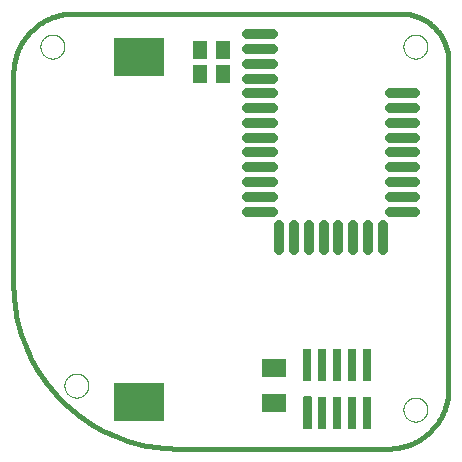
<source format=gtp>
G75*
%MOIN*%
%OFA0B0*%
%FSLAX25Y25*%
%IPPOS*%
%LPD*%
%AMOC8*
5,1,8,0,0,1.08239X$1,22.5*
%
%ADD10C,0.00000*%
%ADD11C,0.01600*%
%ADD12R,0.17000X0.13000*%
%ADD13C,0.00583*%
%ADD14R,0.02913X0.11024*%
%ADD15C,0.03346*%
%ADD16R,0.05118X0.06299*%
%ADD17R,0.07874X0.05906*%
D10*
X0031840Y0035840D02*
X0031842Y0035966D01*
X0031848Y0036092D01*
X0031858Y0036218D01*
X0031872Y0036344D01*
X0031890Y0036469D01*
X0031912Y0036593D01*
X0031937Y0036717D01*
X0031967Y0036840D01*
X0032000Y0036961D01*
X0032038Y0037082D01*
X0032079Y0037201D01*
X0032124Y0037320D01*
X0032172Y0037436D01*
X0032224Y0037551D01*
X0032280Y0037664D01*
X0032340Y0037776D01*
X0032403Y0037885D01*
X0032469Y0037993D01*
X0032538Y0038098D01*
X0032611Y0038201D01*
X0032688Y0038302D01*
X0032767Y0038400D01*
X0032849Y0038496D01*
X0032935Y0038589D01*
X0033023Y0038680D01*
X0033114Y0038767D01*
X0033208Y0038852D01*
X0033304Y0038933D01*
X0033403Y0039012D01*
X0033504Y0039087D01*
X0033608Y0039159D01*
X0033714Y0039228D01*
X0033822Y0039294D01*
X0033932Y0039356D01*
X0034044Y0039414D01*
X0034157Y0039469D01*
X0034273Y0039520D01*
X0034390Y0039568D01*
X0034508Y0039612D01*
X0034628Y0039652D01*
X0034749Y0039688D01*
X0034871Y0039721D01*
X0034994Y0039750D01*
X0035118Y0039774D01*
X0035242Y0039795D01*
X0035367Y0039812D01*
X0035493Y0039825D01*
X0035619Y0039834D01*
X0035745Y0039839D01*
X0035872Y0039840D01*
X0035998Y0039837D01*
X0036124Y0039830D01*
X0036250Y0039819D01*
X0036375Y0039804D01*
X0036500Y0039785D01*
X0036624Y0039762D01*
X0036748Y0039736D01*
X0036870Y0039705D01*
X0036992Y0039671D01*
X0037112Y0039632D01*
X0037231Y0039590D01*
X0037349Y0039545D01*
X0037465Y0039495D01*
X0037580Y0039442D01*
X0037692Y0039385D01*
X0037803Y0039325D01*
X0037912Y0039261D01*
X0038019Y0039194D01*
X0038124Y0039124D01*
X0038227Y0039050D01*
X0038327Y0038973D01*
X0038425Y0038893D01*
X0038520Y0038810D01*
X0038612Y0038724D01*
X0038702Y0038635D01*
X0038789Y0038543D01*
X0038872Y0038449D01*
X0038953Y0038352D01*
X0039031Y0038252D01*
X0039106Y0038150D01*
X0039177Y0038046D01*
X0039245Y0037939D01*
X0039309Y0037831D01*
X0039370Y0037720D01*
X0039428Y0037608D01*
X0039482Y0037494D01*
X0039532Y0037378D01*
X0039579Y0037261D01*
X0039622Y0037142D01*
X0039661Y0037022D01*
X0039697Y0036901D01*
X0039728Y0036778D01*
X0039756Y0036655D01*
X0039780Y0036531D01*
X0039800Y0036406D01*
X0039816Y0036281D01*
X0039828Y0036155D01*
X0039836Y0036029D01*
X0039840Y0035903D01*
X0039840Y0035777D01*
X0039836Y0035651D01*
X0039828Y0035525D01*
X0039816Y0035399D01*
X0039800Y0035274D01*
X0039780Y0035149D01*
X0039756Y0035025D01*
X0039728Y0034902D01*
X0039697Y0034779D01*
X0039661Y0034658D01*
X0039622Y0034538D01*
X0039579Y0034419D01*
X0039532Y0034302D01*
X0039482Y0034186D01*
X0039428Y0034072D01*
X0039370Y0033960D01*
X0039309Y0033849D01*
X0039245Y0033741D01*
X0039177Y0033634D01*
X0039106Y0033530D01*
X0039031Y0033428D01*
X0038953Y0033328D01*
X0038872Y0033231D01*
X0038789Y0033137D01*
X0038702Y0033045D01*
X0038612Y0032956D01*
X0038520Y0032870D01*
X0038425Y0032787D01*
X0038327Y0032707D01*
X0038227Y0032630D01*
X0038124Y0032556D01*
X0038019Y0032486D01*
X0037912Y0032419D01*
X0037803Y0032355D01*
X0037692Y0032295D01*
X0037580Y0032238D01*
X0037465Y0032185D01*
X0037349Y0032135D01*
X0037231Y0032090D01*
X0037112Y0032048D01*
X0036992Y0032009D01*
X0036870Y0031975D01*
X0036748Y0031944D01*
X0036624Y0031918D01*
X0036500Y0031895D01*
X0036375Y0031876D01*
X0036250Y0031861D01*
X0036124Y0031850D01*
X0035998Y0031843D01*
X0035872Y0031840D01*
X0035745Y0031841D01*
X0035619Y0031846D01*
X0035493Y0031855D01*
X0035367Y0031868D01*
X0035242Y0031885D01*
X0035118Y0031906D01*
X0034994Y0031930D01*
X0034871Y0031959D01*
X0034749Y0031992D01*
X0034628Y0032028D01*
X0034508Y0032068D01*
X0034390Y0032112D01*
X0034273Y0032160D01*
X0034157Y0032211D01*
X0034044Y0032266D01*
X0033932Y0032324D01*
X0033822Y0032386D01*
X0033714Y0032452D01*
X0033608Y0032521D01*
X0033504Y0032593D01*
X0033403Y0032668D01*
X0033304Y0032747D01*
X0033208Y0032828D01*
X0033114Y0032913D01*
X0033023Y0033000D01*
X0032935Y0033091D01*
X0032849Y0033184D01*
X0032767Y0033280D01*
X0032688Y0033378D01*
X0032611Y0033479D01*
X0032538Y0033582D01*
X0032469Y0033687D01*
X0032403Y0033795D01*
X0032340Y0033904D01*
X0032280Y0034016D01*
X0032224Y0034129D01*
X0032172Y0034244D01*
X0032124Y0034360D01*
X0032079Y0034479D01*
X0032038Y0034598D01*
X0032000Y0034719D01*
X0031967Y0034840D01*
X0031937Y0034963D01*
X0031912Y0035087D01*
X0031890Y0035211D01*
X0031872Y0035336D01*
X0031858Y0035462D01*
X0031848Y0035588D01*
X0031842Y0035714D01*
X0031840Y0035840D01*
X0023840Y0148840D02*
X0023842Y0148966D01*
X0023848Y0149092D01*
X0023858Y0149218D01*
X0023872Y0149344D01*
X0023890Y0149469D01*
X0023912Y0149593D01*
X0023937Y0149717D01*
X0023967Y0149840D01*
X0024000Y0149961D01*
X0024038Y0150082D01*
X0024079Y0150201D01*
X0024124Y0150320D01*
X0024172Y0150436D01*
X0024224Y0150551D01*
X0024280Y0150664D01*
X0024340Y0150776D01*
X0024403Y0150885D01*
X0024469Y0150993D01*
X0024538Y0151098D01*
X0024611Y0151201D01*
X0024688Y0151302D01*
X0024767Y0151400D01*
X0024849Y0151496D01*
X0024935Y0151589D01*
X0025023Y0151680D01*
X0025114Y0151767D01*
X0025208Y0151852D01*
X0025304Y0151933D01*
X0025403Y0152012D01*
X0025504Y0152087D01*
X0025608Y0152159D01*
X0025714Y0152228D01*
X0025822Y0152294D01*
X0025932Y0152356D01*
X0026044Y0152414D01*
X0026157Y0152469D01*
X0026273Y0152520D01*
X0026390Y0152568D01*
X0026508Y0152612D01*
X0026628Y0152652D01*
X0026749Y0152688D01*
X0026871Y0152721D01*
X0026994Y0152750D01*
X0027118Y0152774D01*
X0027242Y0152795D01*
X0027367Y0152812D01*
X0027493Y0152825D01*
X0027619Y0152834D01*
X0027745Y0152839D01*
X0027872Y0152840D01*
X0027998Y0152837D01*
X0028124Y0152830D01*
X0028250Y0152819D01*
X0028375Y0152804D01*
X0028500Y0152785D01*
X0028624Y0152762D01*
X0028748Y0152736D01*
X0028870Y0152705D01*
X0028992Y0152671D01*
X0029112Y0152632D01*
X0029231Y0152590D01*
X0029349Y0152545D01*
X0029465Y0152495D01*
X0029580Y0152442D01*
X0029692Y0152385D01*
X0029803Y0152325D01*
X0029912Y0152261D01*
X0030019Y0152194D01*
X0030124Y0152124D01*
X0030227Y0152050D01*
X0030327Y0151973D01*
X0030425Y0151893D01*
X0030520Y0151810D01*
X0030612Y0151724D01*
X0030702Y0151635D01*
X0030789Y0151543D01*
X0030872Y0151449D01*
X0030953Y0151352D01*
X0031031Y0151252D01*
X0031106Y0151150D01*
X0031177Y0151046D01*
X0031245Y0150939D01*
X0031309Y0150831D01*
X0031370Y0150720D01*
X0031428Y0150608D01*
X0031482Y0150494D01*
X0031532Y0150378D01*
X0031579Y0150261D01*
X0031622Y0150142D01*
X0031661Y0150022D01*
X0031697Y0149901D01*
X0031728Y0149778D01*
X0031756Y0149655D01*
X0031780Y0149531D01*
X0031800Y0149406D01*
X0031816Y0149281D01*
X0031828Y0149155D01*
X0031836Y0149029D01*
X0031840Y0148903D01*
X0031840Y0148777D01*
X0031836Y0148651D01*
X0031828Y0148525D01*
X0031816Y0148399D01*
X0031800Y0148274D01*
X0031780Y0148149D01*
X0031756Y0148025D01*
X0031728Y0147902D01*
X0031697Y0147779D01*
X0031661Y0147658D01*
X0031622Y0147538D01*
X0031579Y0147419D01*
X0031532Y0147302D01*
X0031482Y0147186D01*
X0031428Y0147072D01*
X0031370Y0146960D01*
X0031309Y0146849D01*
X0031245Y0146741D01*
X0031177Y0146634D01*
X0031106Y0146530D01*
X0031031Y0146428D01*
X0030953Y0146328D01*
X0030872Y0146231D01*
X0030789Y0146137D01*
X0030702Y0146045D01*
X0030612Y0145956D01*
X0030520Y0145870D01*
X0030425Y0145787D01*
X0030327Y0145707D01*
X0030227Y0145630D01*
X0030124Y0145556D01*
X0030019Y0145486D01*
X0029912Y0145419D01*
X0029803Y0145355D01*
X0029692Y0145295D01*
X0029580Y0145238D01*
X0029465Y0145185D01*
X0029349Y0145135D01*
X0029231Y0145090D01*
X0029112Y0145048D01*
X0028992Y0145009D01*
X0028870Y0144975D01*
X0028748Y0144944D01*
X0028624Y0144918D01*
X0028500Y0144895D01*
X0028375Y0144876D01*
X0028250Y0144861D01*
X0028124Y0144850D01*
X0027998Y0144843D01*
X0027872Y0144840D01*
X0027745Y0144841D01*
X0027619Y0144846D01*
X0027493Y0144855D01*
X0027367Y0144868D01*
X0027242Y0144885D01*
X0027118Y0144906D01*
X0026994Y0144930D01*
X0026871Y0144959D01*
X0026749Y0144992D01*
X0026628Y0145028D01*
X0026508Y0145068D01*
X0026390Y0145112D01*
X0026273Y0145160D01*
X0026157Y0145211D01*
X0026044Y0145266D01*
X0025932Y0145324D01*
X0025822Y0145386D01*
X0025714Y0145452D01*
X0025608Y0145521D01*
X0025504Y0145593D01*
X0025403Y0145668D01*
X0025304Y0145747D01*
X0025208Y0145828D01*
X0025114Y0145913D01*
X0025023Y0146000D01*
X0024935Y0146091D01*
X0024849Y0146184D01*
X0024767Y0146280D01*
X0024688Y0146378D01*
X0024611Y0146479D01*
X0024538Y0146582D01*
X0024469Y0146687D01*
X0024403Y0146795D01*
X0024340Y0146904D01*
X0024280Y0147016D01*
X0024224Y0147129D01*
X0024172Y0147244D01*
X0024124Y0147360D01*
X0024079Y0147479D01*
X0024038Y0147598D01*
X0024000Y0147719D01*
X0023967Y0147840D01*
X0023937Y0147963D01*
X0023912Y0148087D01*
X0023890Y0148211D01*
X0023872Y0148336D01*
X0023858Y0148462D01*
X0023848Y0148588D01*
X0023842Y0148714D01*
X0023840Y0148840D01*
X0144840Y0148840D02*
X0144842Y0148966D01*
X0144848Y0149092D01*
X0144858Y0149218D01*
X0144872Y0149344D01*
X0144890Y0149469D01*
X0144912Y0149593D01*
X0144937Y0149717D01*
X0144967Y0149840D01*
X0145000Y0149961D01*
X0145038Y0150082D01*
X0145079Y0150201D01*
X0145124Y0150320D01*
X0145172Y0150436D01*
X0145224Y0150551D01*
X0145280Y0150664D01*
X0145340Y0150776D01*
X0145403Y0150885D01*
X0145469Y0150993D01*
X0145538Y0151098D01*
X0145611Y0151201D01*
X0145688Y0151302D01*
X0145767Y0151400D01*
X0145849Y0151496D01*
X0145935Y0151589D01*
X0146023Y0151680D01*
X0146114Y0151767D01*
X0146208Y0151852D01*
X0146304Y0151933D01*
X0146403Y0152012D01*
X0146504Y0152087D01*
X0146608Y0152159D01*
X0146714Y0152228D01*
X0146822Y0152294D01*
X0146932Y0152356D01*
X0147044Y0152414D01*
X0147157Y0152469D01*
X0147273Y0152520D01*
X0147390Y0152568D01*
X0147508Y0152612D01*
X0147628Y0152652D01*
X0147749Y0152688D01*
X0147871Y0152721D01*
X0147994Y0152750D01*
X0148118Y0152774D01*
X0148242Y0152795D01*
X0148367Y0152812D01*
X0148493Y0152825D01*
X0148619Y0152834D01*
X0148745Y0152839D01*
X0148872Y0152840D01*
X0148998Y0152837D01*
X0149124Y0152830D01*
X0149250Y0152819D01*
X0149375Y0152804D01*
X0149500Y0152785D01*
X0149624Y0152762D01*
X0149748Y0152736D01*
X0149870Y0152705D01*
X0149992Y0152671D01*
X0150112Y0152632D01*
X0150231Y0152590D01*
X0150349Y0152545D01*
X0150465Y0152495D01*
X0150580Y0152442D01*
X0150692Y0152385D01*
X0150803Y0152325D01*
X0150912Y0152261D01*
X0151019Y0152194D01*
X0151124Y0152124D01*
X0151227Y0152050D01*
X0151327Y0151973D01*
X0151425Y0151893D01*
X0151520Y0151810D01*
X0151612Y0151724D01*
X0151702Y0151635D01*
X0151789Y0151543D01*
X0151872Y0151449D01*
X0151953Y0151352D01*
X0152031Y0151252D01*
X0152106Y0151150D01*
X0152177Y0151046D01*
X0152245Y0150939D01*
X0152309Y0150831D01*
X0152370Y0150720D01*
X0152428Y0150608D01*
X0152482Y0150494D01*
X0152532Y0150378D01*
X0152579Y0150261D01*
X0152622Y0150142D01*
X0152661Y0150022D01*
X0152697Y0149901D01*
X0152728Y0149778D01*
X0152756Y0149655D01*
X0152780Y0149531D01*
X0152800Y0149406D01*
X0152816Y0149281D01*
X0152828Y0149155D01*
X0152836Y0149029D01*
X0152840Y0148903D01*
X0152840Y0148777D01*
X0152836Y0148651D01*
X0152828Y0148525D01*
X0152816Y0148399D01*
X0152800Y0148274D01*
X0152780Y0148149D01*
X0152756Y0148025D01*
X0152728Y0147902D01*
X0152697Y0147779D01*
X0152661Y0147658D01*
X0152622Y0147538D01*
X0152579Y0147419D01*
X0152532Y0147302D01*
X0152482Y0147186D01*
X0152428Y0147072D01*
X0152370Y0146960D01*
X0152309Y0146849D01*
X0152245Y0146741D01*
X0152177Y0146634D01*
X0152106Y0146530D01*
X0152031Y0146428D01*
X0151953Y0146328D01*
X0151872Y0146231D01*
X0151789Y0146137D01*
X0151702Y0146045D01*
X0151612Y0145956D01*
X0151520Y0145870D01*
X0151425Y0145787D01*
X0151327Y0145707D01*
X0151227Y0145630D01*
X0151124Y0145556D01*
X0151019Y0145486D01*
X0150912Y0145419D01*
X0150803Y0145355D01*
X0150692Y0145295D01*
X0150580Y0145238D01*
X0150465Y0145185D01*
X0150349Y0145135D01*
X0150231Y0145090D01*
X0150112Y0145048D01*
X0149992Y0145009D01*
X0149870Y0144975D01*
X0149748Y0144944D01*
X0149624Y0144918D01*
X0149500Y0144895D01*
X0149375Y0144876D01*
X0149250Y0144861D01*
X0149124Y0144850D01*
X0148998Y0144843D01*
X0148872Y0144840D01*
X0148745Y0144841D01*
X0148619Y0144846D01*
X0148493Y0144855D01*
X0148367Y0144868D01*
X0148242Y0144885D01*
X0148118Y0144906D01*
X0147994Y0144930D01*
X0147871Y0144959D01*
X0147749Y0144992D01*
X0147628Y0145028D01*
X0147508Y0145068D01*
X0147390Y0145112D01*
X0147273Y0145160D01*
X0147157Y0145211D01*
X0147044Y0145266D01*
X0146932Y0145324D01*
X0146822Y0145386D01*
X0146714Y0145452D01*
X0146608Y0145521D01*
X0146504Y0145593D01*
X0146403Y0145668D01*
X0146304Y0145747D01*
X0146208Y0145828D01*
X0146114Y0145913D01*
X0146023Y0146000D01*
X0145935Y0146091D01*
X0145849Y0146184D01*
X0145767Y0146280D01*
X0145688Y0146378D01*
X0145611Y0146479D01*
X0145538Y0146582D01*
X0145469Y0146687D01*
X0145403Y0146795D01*
X0145340Y0146904D01*
X0145280Y0147016D01*
X0145224Y0147129D01*
X0145172Y0147244D01*
X0145124Y0147360D01*
X0145079Y0147479D01*
X0145038Y0147598D01*
X0145000Y0147719D01*
X0144967Y0147840D01*
X0144937Y0147963D01*
X0144912Y0148087D01*
X0144890Y0148211D01*
X0144872Y0148336D01*
X0144858Y0148462D01*
X0144848Y0148588D01*
X0144842Y0148714D01*
X0144840Y0148840D01*
X0144840Y0027840D02*
X0144842Y0027966D01*
X0144848Y0028092D01*
X0144858Y0028218D01*
X0144872Y0028344D01*
X0144890Y0028469D01*
X0144912Y0028593D01*
X0144937Y0028717D01*
X0144967Y0028840D01*
X0145000Y0028961D01*
X0145038Y0029082D01*
X0145079Y0029201D01*
X0145124Y0029320D01*
X0145172Y0029436D01*
X0145224Y0029551D01*
X0145280Y0029664D01*
X0145340Y0029776D01*
X0145403Y0029885D01*
X0145469Y0029993D01*
X0145538Y0030098D01*
X0145611Y0030201D01*
X0145688Y0030302D01*
X0145767Y0030400D01*
X0145849Y0030496D01*
X0145935Y0030589D01*
X0146023Y0030680D01*
X0146114Y0030767D01*
X0146208Y0030852D01*
X0146304Y0030933D01*
X0146403Y0031012D01*
X0146504Y0031087D01*
X0146608Y0031159D01*
X0146714Y0031228D01*
X0146822Y0031294D01*
X0146932Y0031356D01*
X0147044Y0031414D01*
X0147157Y0031469D01*
X0147273Y0031520D01*
X0147390Y0031568D01*
X0147508Y0031612D01*
X0147628Y0031652D01*
X0147749Y0031688D01*
X0147871Y0031721D01*
X0147994Y0031750D01*
X0148118Y0031774D01*
X0148242Y0031795D01*
X0148367Y0031812D01*
X0148493Y0031825D01*
X0148619Y0031834D01*
X0148745Y0031839D01*
X0148872Y0031840D01*
X0148998Y0031837D01*
X0149124Y0031830D01*
X0149250Y0031819D01*
X0149375Y0031804D01*
X0149500Y0031785D01*
X0149624Y0031762D01*
X0149748Y0031736D01*
X0149870Y0031705D01*
X0149992Y0031671D01*
X0150112Y0031632D01*
X0150231Y0031590D01*
X0150349Y0031545D01*
X0150465Y0031495D01*
X0150580Y0031442D01*
X0150692Y0031385D01*
X0150803Y0031325D01*
X0150912Y0031261D01*
X0151019Y0031194D01*
X0151124Y0031124D01*
X0151227Y0031050D01*
X0151327Y0030973D01*
X0151425Y0030893D01*
X0151520Y0030810D01*
X0151612Y0030724D01*
X0151702Y0030635D01*
X0151789Y0030543D01*
X0151872Y0030449D01*
X0151953Y0030352D01*
X0152031Y0030252D01*
X0152106Y0030150D01*
X0152177Y0030046D01*
X0152245Y0029939D01*
X0152309Y0029831D01*
X0152370Y0029720D01*
X0152428Y0029608D01*
X0152482Y0029494D01*
X0152532Y0029378D01*
X0152579Y0029261D01*
X0152622Y0029142D01*
X0152661Y0029022D01*
X0152697Y0028901D01*
X0152728Y0028778D01*
X0152756Y0028655D01*
X0152780Y0028531D01*
X0152800Y0028406D01*
X0152816Y0028281D01*
X0152828Y0028155D01*
X0152836Y0028029D01*
X0152840Y0027903D01*
X0152840Y0027777D01*
X0152836Y0027651D01*
X0152828Y0027525D01*
X0152816Y0027399D01*
X0152800Y0027274D01*
X0152780Y0027149D01*
X0152756Y0027025D01*
X0152728Y0026902D01*
X0152697Y0026779D01*
X0152661Y0026658D01*
X0152622Y0026538D01*
X0152579Y0026419D01*
X0152532Y0026302D01*
X0152482Y0026186D01*
X0152428Y0026072D01*
X0152370Y0025960D01*
X0152309Y0025849D01*
X0152245Y0025741D01*
X0152177Y0025634D01*
X0152106Y0025530D01*
X0152031Y0025428D01*
X0151953Y0025328D01*
X0151872Y0025231D01*
X0151789Y0025137D01*
X0151702Y0025045D01*
X0151612Y0024956D01*
X0151520Y0024870D01*
X0151425Y0024787D01*
X0151327Y0024707D01*
X0151227Y0024630D01*
X0151124Y0024556D01*
X0151019Y0024486D01*
X0150912Y0024419D01*
X0150803Y0024355D01*
X0150692Y0024295D01*
X0150580Y0024238D01*
X0150465Y0024185D01*
X0150349Y0024135D01*
X0150231Y0024090D01*
X0150112Y0024048D01*
X0149992Y0024009D01*
X0149870Y0023975D01*
X0149748Y0023944D01*
X0149624Y0023918D01*
X0149500Y0023895D01*
X0149375Y0023876D01*
X0149250Y0023861D01*
X0149124Y0023850D01*
X0148998Y0023843D01*
X0148872Y0023840D01*
X0148745Y0023841D01*
X0148619Y0023846D01*
X0148493Y0023855D01*
X0148367Y0023868D01*
X0148242Y0023885D01*
X0148118Y0023906D01*
X0147994Y0023930D01*
X0147871Y0023959D01*
X0147749Y0023992D01*
X0147628Y0024028D01*
X0147508Y0024068D01*
X0147390Y0024112D01*
X0147273Y0024160D01*
X0147157Y0024211D01*
X0147044Y0024266D01*
X0146932Y0024324D01*
X0146822Y0024386D01*
X0146714Y0024452D01*
X0146608Y0024521D01*
X0146504Y0024593D01*
X0146403Y0024668D01*
X0146304Y0024747D01*
X0146208Y0024828D01*
X0146114Y0024913D01*
X0146023Y0025000D01*
X0145935Y0025091D01*
X0145849Y0025184D01*
X0145767Y0025280D01*
X0145688Y0025378D01*
X0145611Y0025479D01*
X0145538Y0025582D01*
X0145469Y0025687D01*
X0145403Y0025795D01*
X0145340Y0025904D01*
X0145280Y0026016D01*
X0145224Y0026129D01*
X0145172Y0026244D01*
X0145124Y0026360D01*
X0145079Y0026479D01*
X0145038Y0026598D01*
X0145000Y0026719D01*
X0144967Y0026840D01*
X0144937Y0026963D01*
X0144912Y0027087D01*
X0144890Y0027211D01*
X0144872Y0027336D01*
X0144858Y0027462D01*
X0144848Y0027588D01*
X0144842Y0027714D01*
X0144840Y0027840D01*
D11*
X0139840Y0014840D02*
X0140323Y0014846D01*
X0140806Y0014863D01*
X0141289Y0014893D01*
X0141770Y0014933D01*
X0142251Y0014986D01*
X0142730Y0015050D01*
X0143207Y0015125D01*
X0143683Y0015213D01*
X0144156Y0015311D01*
X0144626Y0015421D01*
X0145094Y0015542D01*
X0145559Y0015675D01*
X0146020Y0015819D01*
X0146478Y0015974D01*
X0146932Y0016140D01*
X0147382Y0016317D01*
X0147827Y0016504D01*
X0148268Y0016703D01*
X0148704Y0016911D01*
X0149134Y0017131D01*
X0149560Y0017361D01*
X0149979Y0017601D01*
X0150393Y0017851D01*
X0150800Y0018111D01*
X0151201Y0018380D01*
X0151596Y0018660D01*
X0151983Y0018948D01*
X0152364Y0019247D01*
X0152737Y0019554D01*
X0153102Y0019870D01*
X0153460Y0020195D01*
X0153810Y0020528D01*
X0154152Y0020870D01*
X0154485Y0021220D01*
X0154810Y0021578D01*
X0155126Y0021943D01*
X0155433Y0022316D01*
X0155732Y0022697D01*
X0156020Y0023084D01*
X0156300Y0023479D01*
X0156569Y0023880D01*
X0156829Y0024287D01*
X0157079Y0024701D01*
X0157319Y0025120D01*
X0157549Y0025546D01*
X0157769Y0025976D01*
X0157977Y0026412D01*
X0158176Y0026853D01*
X0158363Y0027298D01*
X0158540Y0027748D01*
X0158706Y0028202D01*
X0158861Y0028660D01*
X0159005Y0029121D01*
X0159138Y0029586D01*
X0159259Y0030054D01*
X0159369Y0030524D01*
X0159467Y0030997D01*
X0159555Y0031473D01*
X0159630Y0031950D01*
X0159694Y0032429D01*
X0159747Y0032910D01*
X0159787Y0033391D01*
X0159817Y0033874D01*
X0159834Y0034357D01*
X0159840Y0034840D01*
X0159840Y0143840D01*
X0159835Y0144227D01*
X0159821Y0144613D01*
X0159798Y0144999D01*
X0159765Y0145384D01*
X0159723Y0145769D01*
X0159672Y0146152D01*
X0159612Y0146534D01*
X0159542Y0146914D01*
X0159463Y0147293D01*
X0159375Y0147669D01*
X0159278Y0148043D01*
X0159172Y0148415D01*
X0159057Y0148784D01*
X0158933Y0149151D01*
X0158800Y0149514D01*
X0158659Y0149874D01*
X0158509Y0150230D01*
X0158350Y0150582D01*
X0158183Y0150931D01*
X0158007Y0151276D01*
X0157823Y0151616D01*
X0157632Y0151951D01*
X0157431Y0152282D01*
X0157224Y0152608D01*
X0157008Y0152929D01*
X0156784Y0153245D01*
X0156553Y0153555D01*
X0156315Y0153859D01*
X0156069Y0154157D01*
X0155816Y0154450D01*
X0155556Y0154736D01*
X0155290Y0155016D01*
X0155016Y0155290D01*
X0154736Y0155556D01*
X0154450Y0155816D01*
X0154157Y0156069D01*
X0153859Y0156315D01*
X0153555Y0156553D01*
X0153245Y0156784D01*
X0152929Y0157008D01*
X0152608Y0157224D01*
X0152282Y0157431D01*
X0151951Y0157632D01*
X0151616Y0157823D01*
X0151276Y0158007D01*
X0150931Y0158183D01*
X0150582Y0158350D01*
X0150230Y0158509D01*
X0149874Y0158659D01*
X0149514Y0158800D01*
X0149151Y0158933D01*
X0148784Y0159057D01*
X0148415Y0159172D01*
X0148043Y0159278D01*
X0147669Y0159375D01*
X0147293Y0159463D01*
X0146914Y0159542D01*
X0146534Y0159612D01*
X0146152Y0159672D01*
X0145769Y0159723D01*
X0145384Y0159765D01*
X0144999Y0159798D01*
X0144613Y0159821D01*
X0144227Y0159835D01*
X0143840Y0159840D01*
X0034840Y0159840D01*
X0034357Y0159834D01*
X0033874Y0159817D01*
X0033391Y0159787D01*
X0032910Y0159747D01*
X0032429Y0159694D01*
X0031950Y0159630D01*
X0031473Y0159555D01*
X0030997Y0159467D01*
X0030524Y0159369D01*
X0030054Y0159259D01*
X0029586Y0159138D01*
X0029121Y0159005D01*
X0028660Y0158861D01*
X0028202Y0158706D01*
X0027748Y0158540D01*
X0027298Y0158363D01*
X0026853Y0158176D01*
X0026412Y0157977D01*
X0025976Y0157769D01*
X0025546Y0157549D01*
X0025120Y0157319D01*
X0024701Y0157079D01*
X0024287Y0156829D01*
X0023880Y0156569D01*
X0023479Y0156300D01*
X0023084Y0156020D01*
X0022697Y0155732D01*
X0022316Y0155433D01*
X0021943Y0155126D01*
X0021578Y0154810D01*
X0021220Y0154485D01*
X0020870Y0154152D01*
X0020528Y0153810D01*
X0020195Y0153460D01*
X0019870Y0153102D01*
X0019554Y0152737D01*
X0019247Y0152364D01*
X0018948Y0151983D01*
X0018660Y0151596D01*
X0018380Y0151201D01*
X0018111Y0150800D01*
X0017851Y0150393D01*
X0017601Y0149979D01*
X0017361Y0149560D01*
X0017131Y0149134D01*
X0016911Y0148704D01*
X0016703Y0148268D01*
X0016504Y0147827D01*
X0016317Y0147382D01*
X0016140Y0146932D01*
X0015974Y0146478D01*
X0015819Y0146020D01*
X0015675Y0145559D01*
X0015542Y0145094D01*
X0015421Y0144626D01*
X0015311Y0144156D01*
X0015213Y0143683D01*
X0015125Y0143207D01*
X0015050Y0142730D01*
X0014986Y0142251D01*
X0014933Y0141770D01*
X0014893Y0141289D01*
X0014863Y0140806D01*
X0014846Y0140323D01*
X0014840Y0139840D01*
X0014840Y0069658D01*
X0014856Y0068333D01*
X0014904Y0067010D01*
X0014984Y0065687D01*
X0015096Y0064367D01*
X0015240Y0063050D01*
X0015415Y0061737D01*
X0015622Y0060429D01*
X0015861Y0059126D01*
X0016131Y0057829D01*
X0016433Y0056539D01*
X0016765Y0055257D01*
X0017129Y0053983D01*
X0017523Y0052718D01*
X0017948Y0051463D01*
X0018402Y0050219D01*
X0018887Y0048986D01*
X0019401Y0047766D01*
X0019945Y0046558D01*
X0020518Y0045363D01*
X0021119Y0044183D01*
X0021749Y0043017D01*
X0022407Y0041867D01*
X0023092Y0040734D01*
X0023804Y0039617D01*
X0024544Y0038518D01*
X0025309Y0037437D01*
X0026101Y0036375D01*
X0026918Y0035332D01*
X0027760Y0034309D01*
X0028626Y0033307D01*
X0029516Y0032326D01*
X0030430Y0031367D01*
X0031367Y0030430D01*
X0032326Y0029516D01*
X0033307Y0028626D01*
X0034309Y0027760D01*
X0035332Y0026918D01*
X0036375Y0026101D01*
X0037437Y0025309D01*
X0038518Y0024544D01*
X0039617Y0023804D01*
X0040734Y0023092D01*
X0041867Y0022407D01*
X0043017Y0021749D01*
X0044183Y0021119D01*
X0045363Y0020518D01*
X0046558Y0019945D01*
X0047766Y0019401D01*
X0048986Y0018887D01*
X0050219Y0018402D01*
X0051463Y0017948D01*
X0052718Y0017523D01*
X0053983Y0017129D01*
X0055257Y0016765D01*
X0056539Y0016433D01*
X0057829Y0016131D01*
X0059126Y0015861D01*
X0060429Y0015622D01*
X0061737Y0015415D01*
X0063050Y0015240D01*
X0064367Y0015096D01*
X0065687Y0014984D01*
X0067010Y0014904D01*
X0068333Y0014856D01*
X0069658Y0014840D01*
X0139840Y0014840D01*
D12*
X0056840Y0030340D03*
X0056840Y0145340D03*
D13*
X0114005Y0032069D02*
X0114005Y0021627D01*
X0111675Y0021627D01*
X0111675Y0032069D01*
X0114005Y0032069D01*
X0114005Y0022209D02*
X0111675Y0022209D01*
X0111675Y0022791D02*
X0114005Y0022791D01*
X0114005Y0023373D02*
X0111675Y0023373D01*
X0111675Y0023955D02*
X0114005Y0023955D01*
X0114005Y0024537D02*
X0111675Y0024537D01*
X0111675Y0025119D02*
X0114005Y0025119D01*
X0114005Y0025701D02*
X0111675Y0025701D01*
X0111675Y0026283D02*
X0114005Y0026283D01*
X0114005Y0026865D02*
X0111675Y0026865D01*
X0111675Y0027447D02*
X0114005Y0027447D01*
X0114005Y0028029D02*
X0111675Y0028029D01*
X0111675Y0028611D02*
X0114005Y0028611D01*
X0114005Y0029193D02*
X0111675Y0029193D01*
X0111675Y0029775D02*
X0114005Y0029775D01*
X0114005Y0030357D02*
X0111675Y0030357D01*
X0111675Y0030939D02*
X0114005Y0030939D01*
X0114005Y0031521D02*
X0111675Y0031521D01*
D14*
X0117840Y0026848D03*
X0122840Y0026848D03*
X0127840Y0026848D03*
X0132840Y0026848D03*
X0132840Y0042832D03*
X0127840Y0042832D03*
X0122840Y0042832D03*
X0117840Y0042832D03*
X0112840Y0042832D03*
D15*
X0113360Y0080978D02*
X0113360Y0089442D01*
X0118281Y0089442D02*
X0118281Y0080978D01*
X0123202Y0080978D02*
X0123202Y0089442D01*
X0128124Y0089442D02*
X0128124Y0080978D01*
X0133045Y0080978D02*
X0133045Y0089442D01*
X0137966Y0089442D02*
X0137966Y0080978D01*
X0140230Y0093872D02*
X0148694Y0093872D01*
X0148694Y0098793D02*
X0140230Y0098793D01*
X0140230Y0103714D02*
X0148694Y0103714D01*
X0148694Y0108635D02*
X0140230Y0108635D01*
X0140230Y0113557D02*
X0148694Y0113557D01*
X0148694Y0118478D02*
X0140230Y0118478D01*
X0140230Y0123399D02*
X0148694Y0123399D01*
X0148694Y0128320D02*
X0140230Y0128320D01*
X0140230Y0133242D02*
X0148694Y0133242D01*
X0108439Y0089442D02*
X0108439Y0080978D01*
X0103517Y0080978D02*
X0103517Y0089442D01*
X0101253Y0093872D02*
X0092789Y0093872D01*
X0092789Y0098793D02*
X0101253Y0098793D01*
X0101253Y0103714D02*
X0092789Y0103714D01*
X0092789Y0108635D02*
X0101253Y0108635D01*
X0101253Y0113557D02*
X0092789Y0113557D01*
X0092789Y0118478D02*
X0101253Y0118478D01*
X0101253Y0123399D02*
X0092789Y0123399D01*
X0092789Y0128320D02*
X0101253Y0128320D01*
X0101253Y0133242D02*
X0092789Y0133242D01*
X0092789Y0138163D02*
X0101253Y0138163D01*
X0101253Y0143084D02*
X0092789Y0143084D01*
X0092789Y0148006D02*
X0101253Y0148006D01*
X0101253Y0152927D02*
X0092789Y0152927D01*
D16*
X0084777Y0147840D03*
X0076903Y0147840D03*
X0076903Y0139840D03*
X0084777Y0139840D03*
D17*
X0101840Y0041746D03*
X0101840Y0029935D03*
M02*

</source>
